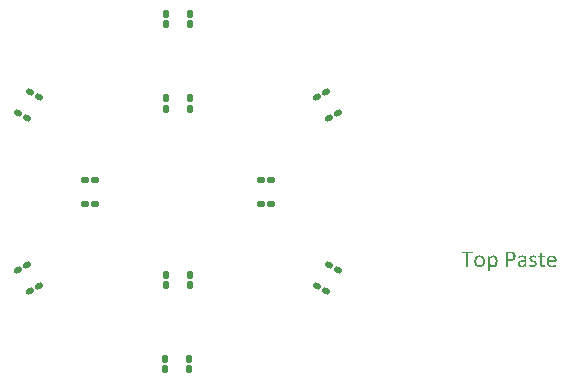
<source format=gtp>
G04*
G04 #@! TF.GenerationSoftware,Altium Limited,Altium Designer,20.1.14 (287)*
G04*
G04 Layer_Color=8421504*
%FSLAX44Y44*%
%MOMM*%
G71*
G04*
G04 #@! TF.SameCoordinates,555A517A-9F76-4A69-B8FD-E90865B7C856*
G04*
G04*
G04 #@! TF.FilePolarity,Positive*
G04*
G01*
G75*
%ADD16O,0.7500X0.5000*%
%ADD17O,0.5000X0.7500*%
G04:AMPARAMS|DCode=18|XSize=0.5mm|YSize=0.75mm|CornerRadius=0mm|HoleSize=0mm|Usage=FLASHONLY|Rotation=120.000|XOffset=0mm|YOffset=0mm|HoleType=Round|Shape=Round|*
%AMOVALD18*
21,1,0.2500,0.5000,0.0000,0.0000,210.0*
1,1,0.5000,0.1082,0.0625*
1,1,0.5000,-0.1082,-0.0625*
%
%ADD18OVALD18*%

G04:AMPARAMS|DCode=19|XSize=0.5mm|YSize=0.75mm|CornerRadius=0mm|HoleSize=0mm|Usage=FLASHONLY|Rotation=60.000|XOffset=0mm|YOffset=0mm|HoleType=Round|Shape=Round|*
%AMOVALD19*
21,1,0.2500,0.5000,0.0000,0.0000,150.0*
1,1,0.5000,0.1082,-0.0625*
1,1,0.5000,-0.1082,0.0625*
%
%ADD19OVALD19*%

G36*
X267259Y-54103D02*
X267490Y-54127D01*
X267768Y-54173D01*
X268045Y-54242D01*
X268323Y-54335D01*
X268601Y-54474D01*
X268624Y-54497D01*
X268717Y-54543D01*
X268832Y-54636D01*
X268994Y-54751D01*
X269179Y-54890D01*
X269364Y-55075D01*
X269550Y-55283D01*
X269711Y-55515D01*
X269735Y-55538D01*
X269781Y-55630D01*
X269874Y-55769D01*
X269966Y-55954D01*
X270059Y-56163D01*
X270174Y-56440D01*
X270267Y-56718D01*
X270359Y-57042D01*
Y-57088D01*
X270382Y-57204D01*
X270429Y-57366D01*
X270475Y-57597D01*
X270498Y-57875D01*
X270544Y-58199D01*
X270568Y-58523D01*
Y-58893D01*
Y-58916D01*
Y-58939D01*
Y-59009D01*
Y-59101D01*
X270544Y-59310D01*
Y-59611D01*
X270498Y-59934D01*
X270452Y-60282D01*
X270382Y-60652D01*
X270290Y-61022D01*
Y-61068D01*
X270244Y-61184D01*
X270174Y-61346D01*
X270105Y-61577D01*
X269989Y-61809D01*
X269874Y-62086D01*
X269711Y-62364D01*
X269550Y-62619D01*
X269526Y-62642D01*
X269457Y-62734D01*
X269364Y-62850D01*
X269226Y-62989D01*
X269040Y-63151D01*
X268832Y-63313D01*
X268578Y-63475D01*
X268323Y-63614D01*
X268300Y-63637D01*
X268184Y-63660D01*
X268045Y-63729D01*
X267837Y-63776D01*
X267583Y-63845D01*
X267305Y-63914D01*
X267004Y-63938D01*
X266657Y-63961D01*
X266518D01*
X266402Y-63938D01*
X266171Y-63914D01*
X265893Y-63868D01*
X265870D01*
X265847Y-63845D01*
X265685Y-63822D01*
X265477Y-63729D01*
X265246Y-63637D01*
X265222D01*
X265199Y-63614D01*
X265037Y-63521D01*
X264829Y-63382D01*
X264598Y-63220D01*
X264575Y-63197D01*
X264551Y-63174D01*
X264482Y-63105D01*
X264389Y-63035D01*
X264181Y-62850D01*
X263927Y-62596D01*
Y-67084D01*
Y-67131D01*
X263880Y-67200D01*
X263857Y-67246D01*
X263741Y-67316D01*
X263718D01*
X263672Y-67339D01*
X263603Y-67362D01*
X263487Y-67385D01*
X263394D01*
X263256Y-67408D01*
X262816D01*
X262677Y-67385D01*
X262654D01*
X262608Y-67362D01*
X262446Y-67316D01*
X262423D01*
X262399Y-67293D01*
X262307Y-67200D01*
Y-67177D01*
X262284Y-67084D01*
Y-54543D01*
Y-54520D01*
Y-54497D01*
X262307Y-54404D01*
Y-54381D01*
X262330Y-54358D01*
X262376Y-54335D01*
X262423Y-54312D01*
X262446D01*
X262492Y-54288D01*
X262561Y-54265D01*
X262654Y-54242D01*
X262677D01*
X262747Y-54219D01*
X263232D01*
X263325Y-54242D01*
X263348D01*
X263418Y-54265D01*
X263556Y-54312D01*
X263580D01*
X263603Y-54335D01*
X263649Y-54358D01*
X263672Y-54404D01*
X263695Y-54427D01*
X263718Y-54543D01*
Y-55746D01*
X263741Y-55723D01*
X263788Y-55677D01*
X263880Y-55607D01*
X263973Y-55492D01*
X264227Y-55260D01*
X264505Y-55029D01*
X264528Y-55006D01*
X264575Y-54983D01*
X264644Y-54913D01*
X264760Y-54844D01*
X264991Y-54682D01*
X265269Y-54520D01*
X265292D01*
X265338Y-54474D01*
X265408Y-54450D01*
X265523Y-54404D01*
X265778Y-54288D01*
X266055Y-54196D01*
X266079D01*
X266125Y-54173D01*
X266217Y-54150D01*
X266310Y-54127D01*
X266588Y-54103D01*
X266912Y-54080D01*
X267074D01*
X267259Y-54103D01*
D02*
G37*
G36*
X301274D02*
X301528Y-54150D01*
X301598D01*
X301667Y-54173D01*
X301759Y-54196D01*
X301968Y-54242D01*
X302176Y-54312D01*
X302199D01*
X302222Y-54335D01*
X302361Y-54358D01*
X302523Y-54427D01*
X302685Y-54497D01*
X302731Y-54520D01*
X302801Y-54566D01*
X302893Y-54612D01*
X302986Y-54682D01*
X303009D01*
X303055Y-54728D01*
X303102Y-54774D01*
X303125Y-54821D01*
X303148Y-54867D01*
X303171Y-54960D01*
Y-54983D01*
X303194Y-55006D01*
X303217Y-55145D01*
Y-55168D01*
X303241Y-55214D01*
Y-55307D01*
Y-55399D01*
Y-55422D01*
Y-55515D01*
Y-55607D01*
X303217Y-55723D01*
Y-55746D01*
X303194Y-55792D01*
X303148Y-55908D01*
X303125Y-55954D01*
X303078Y-56024D01*
X303055D01*
X302963Y-56047D01*
X302940D01*
X302893Y-56024D01*
X302824Y-56001D01*
X302708Y-55954D01*
X302685Y-55931D01*
X302593Y-55885D01*
X302454Y-55816D01*
X302269Y-55723D01*
X302222Y-55700D01*
X302107Y-55630D01*
X301898Y-55561D01*
X301644Y-55469D01*
X301621D01*
X301574Y-55445D01*
X301505Y-55422D01*
X301413Y-55399D01*
X301135Y-55376D01*
X300811Y-55353D01*
X300672D01*
X300556Y-55376D01*
X300325Y-55399D01*
X300070Y-55469D01*
X300047D01*
X300024Y-55492D01*
X299885Y-55538D01*
X299700Y-55630D01*
X299538Y-55746D01*
X299515Y-55769D01*
X299422Y-55862D01*
X299330Y-56001D01*
X299237Y-56163D01*
X299214Y-56209D01*
X299191Y-56302D01*
X299168Y-56463D01*
X299145Y-56672D01*
Y-56695D01*
Y-56741D01*
Y-56811D01*
X299168Y-56903D01*
X299214Y-57111D01*
X299330Y-57343D01*
X299376Y-57389D01*
X299469Y-57505D01*
X299631Y-57644D01*
X299839Y-57806D01*
X299862D01*
X299908Y-57829D01*
X299955Y-57875D01*
X300047Y-57921D01*
X300279Y-58037D01*
X300579Y-58153D01*
X300603D01*
X300649Y-58176D01*
X300741Y-58222D01*
X300834Y-58245D01*
X301112Y-58361D01*
X301413Y-58477D01*
X301436D01*
X301482Y-58500D01*
X301574Y-58546D01*
X301667Y-58592D01*
X301945Y-58708D01*
X302246Y-58870D01*
X302269D01*
X302315Y-58916D01*
X302384Y-58963D01*
X302500Y-59009D01*
X302731Y-59171D01*
X302986Y-59379D01*
X303009Y-59402D01*
X303032Y-59425D01*
X303102Y-59495D01*
X303171Y-59564D01*
X303333Y-59796D01*
X303495Y-60096D01*
Y-60120D01*
X303518Y-60166D01*
X303564Y-60258D01*
X303611Y-60374D01*
X303634Y-60513D01*
X303680Y-60698D01*
X303703Y-61091D01*
Y-61115D01*
Y-61207D01*
X303680Y-61346D01*
Y-61508D01*
X303634Y-61693D01*
X303588Y-61901D01*
X303518Y-62110D01*
X303426Y-62318D01*
Y-62341D01*
X303379Y-62410D01*
X303310Y-62503D01*
X303241Y-62619D01*
X303009Y-62919D01*
X302708Y-63220D01*
X302685Y-63243D01*
X302616Y-63290D01*
X302523Y-63336D01*
X302407Y-63429D01*
X302246Y-63521D01*
X302037Y-63614D01*
X301829Y-63706D01*
X301598Y-63776D01*
X301574D01*
X301482Y-63799D01*
X301343Y-63822D01*
X301181Y-63868D01*
X300973Y-63891D01*
X300718Y-63938D01*
X300441Y-63961D01*
X299978D01*
X299862Y-63938D01*
X299561Y-63914D01*
X299237Y-63868D01*
X299214D01*
X299168Y-63845D01*
X299098D01*
X298983Y-63822D01*
X298751Y-63776D01*
X298474Y-63706D01*
X298451D01*
X298428Y-63683D01*
X298265Y-63637D01*
X298080Y-63567D01*
X297872Y-63475D01*
X297826Y-63452D01*
X297733Y-63382D01*
X297618Y-63313D01*
X297525Y-63243D01*
X297502Y-63220D01*
X297479Y-63174D01*
X297432Y-63081D01*
X297386Y-62966D01*
Y-62943D01*
X297363Y-62827D01*
X297340Y-62688D01*
Y-62480D01*
Y-62457D01*
Y-62364D01*
Y-62271D01*
Y-62156D01*
Y-62133D01*
X297363Y-62086D01*
Y-62017D01*
X297386Y-61948D01*
Y-61924D01*
X297409Y-61901D01*
X297456Y-61855D01*
X297479Y-61832D01*
X297502D01*
X297525Y-61809D01*
X297618Y-61786D01*
X297641D01*
X297687Y-61809D01*
X297780Y-61832D01*
X297918Y-61924D01*
X297965Y-61948D01*
X298080Y-62017D01*
X298242Y-62110D01*
X298451Y-62225D01*
X298474D01*
X298520Y-62248D01*
X298566Y-62271D01*
X298659Y-62318D01*
X298890Y-62410D01*
X299191Y-62526D01*
X299214D01*
X299261Y-62549D01*
X299353Y-62572D01*
X299492D01*
X299631Y-62596D01*
X299816Y-62619D01*
X300209Y-62642D01*
X300464D01*
X300695Y-62619D01*
X300950Y-62572D01*
X300973D01*
X301019Y-62549D01*
X301158Y-62503D01*
X301343Y-62434D01*
X301551Y-62318D01*
X301574D01*
X301598Y-62295D01*
X301690Y-62179D01*
X301829Y-62040D01*
X301945Y-61855D01*
Y-61832D01*
X301968Y-61809D01*
X302014Y-61670D01*
X302060Y-61462D01*
X302083Y-61207D01*
Y-61184D01*
Y-61138D01*
Y-61068D01*
X302060Y-60999D01*
X301991Y-60791D01*
X301875Y-60582D01*
Y-60559D01*
X301852Y-60536D01*
X301736Y-60420D01*
X301574Y-60258D01*
X301366Y-60120D01*
X301343D01*
X301320Y-60073D01*
X301250Y-60050D01*
X301158Y-60004D01*
X300926Y-59888D01*
X300649Y-59773D01*
X300626D01*
X300579Y-59749D01*
X300510Y-59703D01*
X300394Y-59680D01*
X300140Y-59564D01*
X299816Y-59448D01*
X299793D01*
X299746Y-59425D01*
X299654Y-59379D01*
X299561Y-59333D01*
X299284Y-59194D01*
X298983Y-59055D01*
X298960D01*
X298913Y-59009D01*
X298844Y-58963D01*
X298751Y-58916D01*
X298520Y-58754D01*
X298265Y-58546D01*
X298242Y-58523D01*
X298219Y-58477D01*
X298150Y-58430D01*
X298080Y-58338D01*
X297918Y-58106D01*
X297756Y-57806D01*
Y-57783D01*
X297733Y-57736D01*
X297710Y-57644D01*
X297664Y-57505D01*
X297641Y-57366D01*
X297595Y-57181D01*
X297571Y-56764D01*
Y-56741D01*
Y-56672D01*
Y-56579D01*
X297595Y-56440D01*
X297641Y-56116D01*
X297756Y-55746D01*
Y-55723D01*
X297803Y-55654D01*
X297849Y-55561D01*
X297918Y-55445D01*
X298104Y-55168D01*
X298358Y-54890D01*
X298381Y-54867D01*
X298428Y-54821D01*
X298520Y-54751D01*
X298636Y-54682D01*
X298798Y-54589D01*
X298960Y-54497D01*
X299376Y-54312D01*
X299399D01*
X299492Y-54265D01*
X299608Y-54242D01*
X299793Y-54196D01*
X300001Y-54150D01*
X300256Y-54127D01*
X300533Y-54080D01*
X301042D01*
X301274Y-54103D01*
D02*
G37*
G36*
X292041D02*
X292295Y-54127D01*
X292573Y-54173D01*
X292851Y-54242D01*
X293105Y-54312D01*
X293129D01*
X293221Y-54358D01*
X293337Y-54404D01*
X293499Y-54474D01*
X293869Y-54682D01*
X294054Y-54821D01*
X294216Y-54960D01*
X294239Y-54983D01*
X294286Y-55029D01*
X294355Y-55121D01*
X294447Y-55237D01*
X294540Y-55399D01*
X294656Y-55584D01*
X294748Y-55792D01*
X294818Y-56024D01*
Y-56047D01*
X294841Y-56140D01*
X294887Y-56255D01*
X294933Y-56440D01*
X294957Y-56649D01*
X295003Y-56903D01*
X295026Y-57181D01*
Y-57482D01*
Y-63567D01*
Y-63590D01*
Y-63637D01*
X294980Y-63683D01*
X294933Y-63729D01*
X294910D01*
X294887Y-63752D01*
X294818Y-63776D01*
X294702Y-63799D01*
X294679D01*
X294610Y-63822D01*
X294471Y-63845D01*
X294170D01*
X294031Y-63822D01*
X293892Y-63799D01*
X293869D01*
X293800Y-63776D01*
X293730Y-63752D01*
X293661Y-63729D01*
X293638Y-63683D01*
X293615Y-63637D01*
X293591Y-63567D01*
Y-62665D01*
X293568Y-62688D01*
X293499Y-62758D01*
X293360Y-62873D01*
X293221Y-63012D01*
X293013Y-63174D01*
X292782Y-63336D01*
X292550Y-63498D01*
X292272Y-63637D01*
X292249Y-63660D01*
X292157Y-63683D01*
X291995Y-63729D01*
X291810Y-63799D01*
X291578Y-63868D01*
X291324Y-63914D01*
X291046Y-63938D01*
X290745Y-63961D01*
X290491D01*
X290306Y-63938D01*
X290120Y-63914D01*
X289889Y-63891D01*
X289449Y-63776D01*
X289426D01*
X289357Y-63752D01*
X289241Y-63706D01*
X289125Y-63660D01*
X288801Y-63498D01*
X288477Y-63267D01*
X288454Y-63243D01*
X288408Y-63197D01*
X288339Y-63128D01*
X288246Y-63012D01*
X288154Y-62896D01*
X288038Y-62734D01*
X287853Y-62387D01*
Y-62364D01*
X287830Y-62295D01*
X287783Y-62202D01*
X287760Y-62040D01*
X287714Y-61878D01*
X287668Y-61693D01*
X287645Y-61230D01*
Y-61207D01*
Y-61115D01*
X287668Y-60976D01*
X287691Y-60791D01*
X287714Y-60582D01*
X287783Y-60374D01*
X287853Y-60143D01*
X287945Y-59934D01*
X287969Y-59911D01*
X287992Y-59842D01*
X288061Y-59726D01*
X288177Y-59587D01*
X288292Y-59448D01*
X288454Y-59286D01*
X288616Y-59125D01*
X288825Y-58986D01*
X288848Y-58963D01*
X288940Y-58916D01*
X289056Y-58847D01*
X289218Y-58777D01*
X289426Y-58685D01*
X289658Y-58592D01*
X289935Y-58500D01*
X290236Y-58430D01*
X290282D01*
X290398Y-58407D01*
X290560Y-58361D01*
X290791Y-58338D01*
X291069Y-58292D01*
X291393Y-58268D01*
X291763Y-58245D01*
X293383D01*
Y-57551D01*
Y-57528D01*
Y-57459D01*
Y-57366D01*
X293360Y-57250D01*
X293337Y-56950D01*
X293267Y-56649D01*
Y-56625D01*
X293244Y-56579D01*
X293221Y-56510D01*
X293175Y-56417D01*
X293059Y-56186D01*
X292897Y-55978D01*
Y-55954D01*
X292851Y-55931D01*
X292735Y-55816D01*
X292527Y-55677D01*
X292272Y-55561D01*
X292249D01*
X292203Y-55538D01*
X292110Y-55515D01*
X292018Y-55492D01*
X291879Y-55469D01*
X291717Y-55445D01*
X291324Y-55422D01*
X291092D01*
X290953Y-55445D01*
X290583Y-55492D01*
X290213Y-55584D01*
X290190D01*
X290144Y-55607D01*
X290051Y-55630D01*
X289935Y-55677D01*
X289658Y-55769D01*
X289380Y-55908D01*
X289357D01*
X289310Y-55931D01*
X289241Y-55954D01*
X289172Y-56001D01*
X288964Y-56093D01*
X288755Y-56209D01*
X288709Y-56232D01*
X288616Y-56278D01*
X288501Y-56325D01*
X288408Y-56348D01*
X288362D01*
X288246Y-56325D01*
X288223Y-56302D01*
X288154Y-56209D01*
Y-56186D01*
X288130Y-56140D01*
X288084Y-56001D01*
Y-55978D01*
Y-55908D01*
Y-55816D01*
Y-55723D01*
Y-55700D01*
Y-55677D01*
Y-55584D01*
Y-55445D01*
X288107Y-55330D01*
Y-55307D01*
X288154Y-55237D01*
X288200Y-55145D01*
X288269Y-55052D01*
X288292Y-55029D01*
X288385Y-54960D01*
X288524Y-54867D01*
X288732Y-54751D01*
X288755D01*
X288801Y-54728D01*
X288871Y-54682D01*
X288964Y-54636D01*
X289195Y-54543D01*
X289496Y-54427D01*
X289519D01*
X289565Y-54404D01*
X289658Y-54381D01*
X289773Y-54335D01*
X289912Y-54312D01*
X290074Y-54265D01*
X290444Y-54196D01*
X290467D01*
X290537Y-54173D01*
X290630Y-54150D01*
X290768Y-54127D01*
X290907D01*
X291092Y-54103D01*
X291462Y-54080D01*
X291810D01*
X292041Y-54103D01*
D02*
G37*
G36*
X281813Y-50864D02*
X282091Y-50887D01*
X282160D01*
X282253Y-50910D01*
X282346Y-50933D01*
X282484Y-50956D01*
X282646Y-50979D01*
X283017Y-51049D01*
X283040D01*
X283109Y-51072D01*
X283225Y-51095D01*
X283341Y-51142D01*
X283503Y-51188D01*
X283688Y-51257D01*
X284081Y-51465D01*
X284104Y-51489D01*
X284174Y-51512D01*
X284266Y-51581D01*
X284405Y-51674D01*
X284706Y-51928D01*
X285007Y-52252D01*
X285030Y-52275D01*
X285076Y-52322D01*
X285145Y-52437D01*
X285238Y-52553D01*
X285331Y-52715D01*
X285423Y-52900D01*
X285608Y-53317D01*
Y-53340D01*
X285631Y-53432D01*
X285678Y-53548D01*
X285724Y-53710D01*
X285747Y-53895D01*
X285793Y-54127D01*
X285816Y-54636D01*
Y-54682D01*
Y-54798D01*
X285793Y-54983D01*
X285770Y-55214D01*
X285747Y-55492D01*
X285678Y-55792D01*
X285608Y-56093D01*
X285492Y-56394D01*
X285469Y-56417D01*
X285423Y-56533D01*
X285354Y-56672D01*
X285261Y-56857D01*
X285122Y-57065D01*
X284960Y-57297D01*
X284775Y-57528D01*
X284567Y-57736D01*
X284544Y-57759D01*
X284451Y-57829D01*
X284336Y-57921D01*
X284151Y-58060D01*
X283942Y-58199D01*
X283688Y-58338D01*
X283410Y-58477D01*
X283086Y-58592D01*
X283040D01*
X282924Y-58639D01*
X282762Y-58685D01*
X282508Y-58731D01*
X282207Y-58777D01*
X281860Y-58824D01*
X281466Y-58847D01*
X281027Y-58870D01*
X279569D01*
Y-63544D01*
Y-63590D01*
X279523Y-63683D01*
X279476Y-63706D01*
X279430Y-63729D01*
X279361Y-63752D01*
X279338D01*
X279291Y-63776D01*
X279222D01*
X279106Y-63799D01*
X279083D01*
X278990Y-63822D01*
X278875Y-63845D01*
X278574D01*
X278435Y-63822D01*
X278296Y-63799D01*
X278273D01*
X278204Y-63776D01*
X278018Y-63752D01*
X277995D01*
X277972Y-63729D01*
X277880Y-63683D01*
Y-63660D01*
Y-63637D01*
X277857Y-63544D01*
Y-51581D01*
Y-51558D01*
Y-51512D01*
X277880Y-51373D01*
X277949Y-51188D01*
X278065Y-51026D01*
X278111Y-51003D01*
X278204Y-50933D01*
X278342Y-50864D01*
X278528Y-50841D01*
X281559D01*
X281813Y-50864D01*
D02*
G37*
G36*
X249580Y-50887D02*
X249603D01*
X249627Y-50910D01*
X249696Y-51026D01*
Y-51049D01*
X249719Y-51095D01*
X249742Y-51165D01*
X249765Y-51257D01*
Y-51280D01*
X249788Y-51350D01*
Y-51442D01*
Y-51581D01*
Y-51604D01*
Y-51697D01*
Y-51813D01*
X249765Y-51928D01*
Y-51951D01*
X249742Y-51998D01*
X249696Y-52160D01*
X249673Y-52206D01*
X249580Y-52275D01*
X249534D01*
X249441Y-52298D01*
X245809D01*
Y-63544D01*
Y-63590D01*
X245762Y-63683D01*
X245716Y-63706D01*
X245670Y-63729D01*
X245600Y-63752D01*
X245577D01*
X245531Y-63776D01*
X245461D01*
X245346Y-63799D01*
X245322D01*
X245230Y-63822D01*
X245114Y-63845D01*
X244813D01*
X244675Y-63822D01*
X244536Y-63799D01*
X244513D01*
X244443Y-63776D01*
X244258Y-63752D01*
X244235D01*
X244212Y-63729D01*
X244119Y-63683D01*
Y-63660D01*
Y-63637D01*
X244096Y-63544D01*
Y-52298D01*
X240394D01*
X240301Y-52275D01*
X240255Y-52252D01*
X240186Y-52160D01*
Y-52137D01*
X240163Y-52090D01*
Y-52021D01*
X240139Y-51928D01*
Y-51905D01*
Y-51836D01*
X240116Y-51720D01*
Y-51581D01*
Y-51558D01*
Y-51465D01*
Y-51373D01*
X240139Y-51257D01*
Y-51234D01*
X240163Y-51165D01*
X240186Y-51026D01*
Y-51003D01*
X240209Y-50979D01*
X240301Y-50887D01*
X240324D01*
X240348Y-50864D01*
X240440Y-50841D01*
X249488D01*
X249580Y-50887D01*
D02*
G37*
G36*
X307660Y-51836D02*
X307683D01*
X307753Y-51859D01*
X307845Y-51882D01*
X307915Y-51905D01*
X307938D01*
X307961Y-51928D01*
X308053Y-52021D01*
X308077Y-52044D01*
X308100Y-52137D01*
Y-54265D01*
X310437D01*
X310529Y-54312D01*
X310553D01*
X310576Y-54335D01*
X310645Y-54450D01*
Y-54474D01*
X310668Y-54497D01*
X310691Y-54566D01*
X310714Y-54659D01*
Y-54682D01*
X310738Y-54728D01*
Y-54844D01*
Y-54960D01*
Y-54983D01*
Y-55029D01*
Y-55168D01*
X310691Y-55330D01*
X310645Y-55492D01*
X310622Y-55515D01*
X310576Y-55561D01*
X310506Y-55607D01*
X310390Y-55630D01*
X308100D01*
Y-60652D01*
Y-60698D01*
Y-60814D01*
X308123Y-60976D01*
Y-61184D01*
X308215Y-61647D01*
X308262Y-61855D01*
X308354Y-62063D01*
X308377Y-62086D01*
X308401Y-62133D01*
X308470Y-62202D01*
X308586Y-62295D01*
X308724Y-62387D01*
X308887Y-62457D01*
X309095Y-62503D01*
X309349Y-62526D01*
X309604D01*
X309743Y-62503D01*
X309766D01*
X309858Y-62480D01*
X309951Y-62434D01*
X310067Y-62410D01*
X310090Y-62387D01*
X310159Y-62364D01*
X310298Y-62295D01*
X310321D01*
X310367Y-62271D01*
X310506Y-62248D01*
X310529D01*
X310599Y-62295D01*
X310622Y-62318D01*
X310668Y-62387D01*
Y-62410D01*
X310691Y-62434D01*
X310714Y-62572D01*
Y-62596D01*
X310738Y-62642D01*
Y-62758D01*
Y-62873D01*
Y-62919D01*
Y-63035D01*
X310714Y-63174D01*
X310691Y-63336D01*
Y-63359D01*
X310668Y-63429D01*
X310622Y-63521D01*
X310553Y-63590D01*
X310529D01*
X310506Y-63637D01*
X310437Y-63683D01*
X310321Y-63729D01*
X310298D01*
X310205Y-63752D01*
X310090Y-63776D01*
X309951Y-63822D01*
X309928D01*
X309835Y-63845D01*
X309696Y-63868D01*
X309534Y-63891D01*
X309488D01*
X309396Y-63914D01*
X309234Y-63938D01*
X308817D01*
X308655Y-63914D01*
X308470Y-63891D01*
X308262Y-63868D01*
X307868Y-63776D01*
X307845D01*
X307799Y-63729D01*
X307706Y-63706D01*
X307591Y-63637D01*
X307313Y-63452D01*
X307059Y-63220D01*
X307035Y-63197D01*
X307012Y-63151D01*
X306943Y-63058D01*
X306873Y-62943D01*
X306804Y-62804D01*
X306735Y-62642D01*
X306596Y-62248D01*
Y-62225D01*
X306572Y-62156D01*
X306549Y-62017D01*
X306526Y-61855D01*
X306503Y-61670D01*
X306480Y-61438D01*
X306457Y-61184D01*
Y-60906D01*
Y-55630D01*
X305161D01*
X305092Y-55607D01*
X304999Y-55561D01*
X304930Y-55492D01*
Y-55469D01*
X304907Y-55353D01*
X304883Y-55191D01*
X304860Y-54960D01*
Y-54936D01*
Y-54844D01*
Y-54751D01*
X304883Y-54659D01*
Y-54636D01*
X304907Y-54589D01*
Y-54520D01*
X304930Y-54450D01*
Y-54427D01*
X304953Y-54404D01*
X305045Y-54312D01*
X305068D01*
X305092Y-54288D01*
X305184Y-54265D01*
X306457D01*
Y-52137D01*
Y-52113D01*
Y-52090D01*
X306480Y-52021D01*
Y-51998D01*
X306526Y-51975D01*
X306619Y-51905D01*
X306642D01*
X306688Y-51882D01*
X306758Y-51859D01*
X306850Y-51836D01*
X306873D01*
X306966Y-51813D01*
X307544D01*
X307660Y-51836D01*
D02*
G37*
G36*
X316985Y-54103D02*
X317240Y-54126D01*
X317518Y-54173D01*
X317818Y-54219D01*
X318119Y-54311D01*
X318420Y-54427D01*
X318443Y-54450D01*
X318559Y-54497D01*
X318698Y-54566D01*
X318860Y-54682D01*
X319045Y-54798D01*
X319253Y-54960D01*
X319461Y-55145D01*
X319646Y-55353D01*
X319669Y-55376D01*
X319716Y-55445D01*
X319808Y-55584D01*
X319924Y-55746D01*
X320040Y-55931D01*
X320155Y-56163D01*
X320271Y-56417D01*
X320364Y-56695D01*
Y-56718D01*
X320410Y-56834D01*
X320433Y-56973D01*
X320479Y-57181D01*
X320526Y-57435D01*
X320549Y-57713D01*
X320595Y-58014D01*
Y-58338D01*
Y-58639D01*
Y-58662D01*
Y-58708D01*
X320572Y-58847D01*
X320503Y-59032D01*
X320387Y-59194D01*
X320364Y-59217D01*
X320271Y-59263D01*
X320132Y-59333D01*
X319947Y-59356D01*
X314023D01*
Y-59379D01*
Y-59495D01*
Y-59634D01*
X314047Y-59819D01*
Y-60027D01*
X314093Y-60258D01*
X314162Y-60721D01*
Y-60744D01*
X314185Y-60814D01*
X314232Y-60929D01*
X314278Y-61068D01*
X314440Y-61415D01*
X314671Y-61762D01*
X314694Y-61786D01*
X314741Y-61832D01*
X314810Y-61901D01*
X314926Y-61994D01*
X315042Y-62109D01*
X315203Y-62202D01*
X315574Y-62410D01*
X315597D01*
X315666Y-62434D01*
X315805Y-62480D01*
X315967Y-62503D01*
X316175Y-62549D01*
X316407Y-62596D01*
X316661Y-62619D01*
X317194D01*
X317355Y-62596D01*
X317726Y-62572D01*
X318096Y-62526D01*
X318119D01*
X318188Y-62503D01*
X318281Y-62480D01*
X318397Y-62457D01*
X318674Y-62387D01*
X318975Y-62295D01*
X318998D01*
X319045Y-62271D01*
X319184Y-62202D01*
X319392Y-62133D01*
X319577Y-62063D01*
X319600D01*
X319623Y-62040D01*
X319716Y-61994D01*
X319831Y-61971D01*
X319947Y-61948D01*
X319993D01*
X320063Y-61994D01*
X320086D01*
X320109Y-62017D01*
X320155Y-62109D01*
Y-62133D01*
X320178Y-62156D01*
X320202Y-62295D01*
Y-62318D01*
X320225Y-62364D01*
Y-62480D01*
Y-62596D01*
Y-62619D01*
Y-62665D01*
X320202Y-62827D01*
Y-62850D01*
Y-62873D01*
X320178Y-63012D01*
X320155Y-63058D01*
X320109Y-63151D01*
X320086Y-63174D01*
X320040Y-63243D01*
X319993Y-63290D01*
X319878Y-63336D01*
X319716Y-63429D01*
X319693D01*
X319669Y-63452D01*
X319600Y-63475D01*
X319531Y-63498D01*
X319299Y-63567D01*
X318998Y-63660D01*
X318975D01*
X318929Y-63683D01*
X318836Y-63706D01*
X318721Y-63729D01*
X318582Y-63752D01*
X318397Y-63799D01*
X318003Y-63868D01*
X317980D01*
X317911Y-63891D01*
X317795D01*
X317656Y-63914D01*
X317471Y-63938D01*
X317263D01*
X316800Y-63961D01*
X316615D01*
X316407Y-63938D01*
X316152Y-63914D01*
X315828Y-63891D01*
X315504Y-63822D01*
X315180Y-63752D01*
X314856Y-63660D01*
X314810Y-63637D01*
X314718Y-63614D01*
X314556Y-63521D01*
X314370Y-63429D01*
X314139Y-63313D01*
X313908Y-63151D01*
X313676Y-62966D01*
X313445Y-62757D01*
X313422Y-62734D01*
X313352Y-62642D01*
X313260Y-62503D01*
X313121Y-62341D01*
X312982Y-62109D01*
X312843Y-61855D01*
X312705Y-61554D01*
X312589Y-61230D01*
Y-61184D01*
X312542Y-61068D01*
X312496Y-60883D01*
X312450Y-60606D01*
X312404Y-60305D01*
X312357Y-59934D01*
X312334Y-59518D01*
X312311Y-59078D01*
Y-59055D01*
Y-59032D01*
Y-58893D01*
X312334Y-58662D01*
X312357Y-58384D01*
X312381Y-58060D01*
X312427Y-57713D01*
X312496Y-57343D01*
X312589Y-56996D01*
X312612Y-56950D01*
X312635Y-56834D01*
X312705Y-56672D01*
X312820Y-56440D01*
X312936Y-56209D01*
X313075Y-55931D01*
X313260Y-55677D01*
X313445Y-55422D01*
X313468Y-55399D01*
X313538Y-55307D01*
X313676Y-55191D01*
X313838Y-55052D01*
X314023Y-54890D01*
X314255Y-54728D01*
X314533Y-54566D01*
X314810Y-54427D01*
X314856Y-54404D01*
X314949Y-54381D01*
X315111Y-54311D01*
X315342Y-54242D01*
X315597Y-54196D01*
X315921Y-54126D01*
X316245Y-54103D01*
X316615Y-54080D01*
X316800D01*
X316985Y-54103D01*
D02*
G37*
G36*
X255828Y-54103D02*
X256082Y-54127D01*
X256383Y-54173D01*
X256707Y-54219D01*
X257031Y-54312D01*
X257355Y-54427D01*
X257401Y-54450D01*
X257494Y-54497D01*
X257656Y-54566D01*
X257841Y-54659D01*
X258072Y-54798D01*
X258304Y-54960D01*
X258535Y-55145D01*
X258743Y-55376D01*
X258766Y-55399D01*
X258836Y-55492D01*
X258929Y-55630D01*
X259067Y-55792D01*
X259183Y-56024D01*
X259322Y-56278D01*
X259461Y-56579D01*
X259576Y-56903D01*
X259600Y-56950D01*
X259623Y-57065D01*
X259669Y-57250D01*
X259715Y-57505D01*
X259762Y-57806D01*
X259808Y-58153D01*
X259854Y-58523D01*
Y-58939D01*
Y-58963D01*
Y-58986D01*
Y-59125D01*
X259831Y-59333D01*
X259808Y-59587D01*
X259785Y-59911D01*
X259738Y-60235D01*
X259646Y-60606D01*
X259553Y-60953D01*
X259530Y-60999D01*
X259507Y-61115D01*
X259438Y-61276D01*
X259322Y-61508D01*
X259206Y-61739D01*
X259067Y-62017D01*
X258882Y-62295D01*
X258674Y-62549D01*
X258651Y-62572D01*
X258581Y-62665D01*
X258443Y-62781D01*
X258281Y-62919D01*
X258072Y-63105D01*
X257841Y-63267D01*
X257563Y-63429D01*
X257239Y-63590D01*
X257193Y-63614D01*
X257077Y-63637D01*
X256915Y-63706D01*
X256661Y-63776D01*
X256383Y-63845D01*
X256036Y-63891D01*
X255666Y-63938D01*
X255249Y-63961D01*
X255064D01*
X254856Y-63938D01*
X254601Y-63914D01*
X254277Y-63891D01*
X253953Y-63822D01*
X253630Y-63752D01*
X253306Y-63637D01*
X253259Y-63614D01*
X253167Y-63567D01*
X253005Y-63498D01*
X252820Y-63405D01*
X252612Y-63267D01*
X252380Y-63105D01*
X252149Y-62896D01*
X251917Y-62688D01*
X251894Y-62665D01*
X251825Y-62572D01*
X251732Y-62434D01*
X251616Y-62271D01*
X251478Y-62040D01*
X251362Y-61786D01*
X251223Y-61485D01*
X251107Y-61161D01*
Y-61115D01*
X251061Y-60999D01*
X251038Y-60814D01*
X250992Y-60559D01*
X250945Y-60258D01*
X250899Y-59911D01*
X250876Y-59541D01*
X250853Y-59125D01*
Y-59101D01*
Y-59078D01*
Y-58939D01*
X250876Y-58731D01*
X250899Y-58453D01*
X250922Y-58130D01*
X250969Y-57806D01*
X251038Y-57435D01*
X251131Y-57088D01*
X251154Y-57042D01*
X251177Y-56926D01*
X251246Y-56764D01*
X251339Y-56533D01*
X251455Y-56302D01*
X251616Y-56024D01*
X251778Y-55746D01*
X251987Y-55492D01*
X252010Y-55469D01*
X252102Y-55376D01*
X252218Y-55260D01*
X252380Y-55098D01*
X252588Y-54936D01*
X252843Y-54774D01*
X253120Y-54589D01*
X253421Y-54450D01*
X253468Y-54427D01*
X253583Y-54381D01*
X253745Y-54335D01*
X254000Y-54265D01*
X254301Y-54196D01*
X254625Y-54127D01*
X255018Y-54103D01*
X255434Y-54080D01*
X255620D01*
X255828Y-54103D01*
D02*
G37*
%LPC*%
G36*
X266611Y-55492D02*
X266565D01*
X266402Y-55515D01*
X266194Y-55538D01*
X265963Y-55607D01*
X265940D01*
X265917Y-55630D01*
X265778Y-55677D01*
X265569Y-55769D01*
X265338Y-55908D01*
X265315D01*
X265292Y-55954D01*
X265222Y-56001D01*
X265130Y-56047D01*
X264898Y-56232D01*
X264644Y-56463D01*
X264621Y-56487D01*
X264575Y-56510D01*
X264505Y-56602D01*
X264436Y-56695D01*
X264204Y-56950D01*
X263927Y-57273D01*
Y-60837D01*
X263950Y-60883D01*
X264042Y-60976D01*
X264181Y-61115D01*
X264343Y-61300D01*
X264528Y-61508D01*
X264736Y-61716D01*
X264968Y-61924D01*
X265199Y-62110D01*
X265222Y-62133D01*
X265315Y-62179D01*
X265431Y-62248D01*
X265593Y-62318D01*
X265801Y-62410D01*
X266009Y-62480D01*
X266241Y-62526D01*
X266495Y-62549D01*
X266611D01*
X266726Y-62526D01*
X266865Y-62503D01*
X267212Y-62434D01*
X267397Y-62364D01*
X267560Y-62271D01*
X267583Y-62248D01*
X267629Y-62225D01*
X267722Y-62156D01*
X267837Y-62063D01*
X267953Y-61948D01*
X268069Y-61809D01*
X268300Y-61462D01*
X268323Y-61438D01*
X268346Y-61369D01*
X268393Y-61276D01*
X268462Y-61138D01*
X268531Y-60976D01*
X268601Y-60767D01*
X268717Y-60351D01*
Y-60328D01*
X268740Y-60235D01*
X268763Y-60120D01*
X268786Y-59958D01*
X268809Y-59773D01*
X268832Y-59541D01*
X268855Y-59078D01*
Y-59055D01*
Y-58963D01*
Y-58824D01*
X268832Y-58662D01*
Y-58453D01*
X268809Y-58245D01*
X268740Y-57759D01*
Y-57736D01*
X268717Y-57644D01*
X268693Y-57528D01*
X268647Y-57366D01*
X268601Y-57181D01*
X268531Y-56996D01*
X268369Y-56602D01*
Y-56579D01*
X268323Y-56510D01*
X268277Y-56417D01*
X268184Y-56302D01*
X267976Y-56047D01*
X267675Y-55792D01*
X267652Y-55769D01*
X267606Y-55746D01*
X267513Y-55700D01*
X267397Y-55630D01*
X267236Y-55584D01*
X267050Y-55538D01*
X266842Y-55515D01*
X266611Y-55492D01*
D02*
G37*
G36*
X293383Y-59425D02*
X291717D01*
X291555Y-59448D01*
X291370D01*
X291162Y-59472D01*
X290768Y-59541D01*
X290745D01*
X290699Y-59564D01*
X290606Y-59587D01*
X290491Y-59634D01*
X290213Y-59726D01*
X289958Y-59888D01*
X289935D01*
X289912Y-59934D01*
X289773Y-60050D01*
X289611Y-60212D01*
X289473Y-60444D01*
Y-60467D01*
X289449Y-60490D01*
X289426Y-60559D01*
X289403Y-60652D01*
X289357Y-60883D01*
X289334Y-61161D01*
Y-61184D01*
Y-61276D01*
X289357Y-61392D01*
X289380Y-61554D01*
X289449Y-61739D01*
X289519Y-61924D01*
X289634Y-62110D01*
X289773Y-62271D01*
X289797Y-62295D01*
X289866Y-62341D01*
X289958Y-62387D01*
X290097Y-62457D01*
X290259Y-62549D01*
X290467Y-62596D01*
X290722Y-62642D01*
X291000Y-62665D01*
X291115D01*
X291231Y-62642D01*
X291393Y-62619D01*
X291578Y-62596D01*
X291786Y-62526D01*
X291995Y-62457D01*
X292203Y-62341D01*
X292226Y-62318D01*
X292295Y-62271D01*
X292411Y-62202D01*
X292550Y-62086D01*
X292735Y-61948D01*
X292943Y-61786D01*
X293152Y-61577D01*
X293383Y-61346D01*
Y-59425D01*
D02*
G37*
G36*
X281166Y-52252D02*
X279569D01*
Y-57459D01*
X281397D01*
X281582Y-57435D01*
X281790Y-57412D01*
X281999Y-57389D01*
X282207Y-57343D01*
X282415Y-57273D01*
X282438D01*
X282508Y-57227D01*
X282600Y-57181D01*
X282716Y-57135D01*
X282994Y-56950D01*
X283271Y-56718D01*
X283294Y-56695D01*
X283341Y-56649D01*
X283410Y-56579D01*
X283479Y-56463D01*
X283664Y-56209D01*
X283827Y-55862D01*
Y-55839D01*
X283850Y-55769D01*
X283896Y-55677D01*
X283919Y-55538D01*
X283965Y-55376D01*
X283988Y-55191D01*
X284012Y-54774D01*
Y-54728D01*
Y-54636D01*
X283988Y-54497D01*
X283965Y-54312D01*
X283942Y-54103D01*
X283896Y-53895D01*
X283803Y-53664D01*
X283711Y-53455D01*
X283688Y-53432D01*
X283664Y-53363D01*
X283595Y-53270D01*
X283503Y-53155D01*
X283271Y-52900D01*
X283132Y-52784D01*
X282970Y-52669D01*
X282947Y-52646D01*
X282901Y-52622D01*
X282808Y-52576D01*
X282693Y-52530D01*
X282415Y-52414D01*
X282068Y-52345D01*
X282045D01*
X281999Y-52322D01*
X281906D01*
X281790Y-52298D01*
X281489Y-52275D01*
X281166Y-52252D01*
D02*
G37*
G36*
X316546Y-55376D02*
X316314D01*
X316175Y-55399D01*
X315828Y-55469D01*
X315458Y-55607D01*
X315435D01*
X315389Y-55654D01*
X315296Y-55700D01*
X315180Y-55769D01*
X314926Y-55978D01*
X314671Y-56232D01*
X314648Y-56255D01*
X314625Y-56301D01*
X314556Y-56371D01*
X314509Y-56487D01*
X314417Y-56602D01*
X314347Y-56764D01*
X314185Y-57111D01*
Y-57135D01*
X314162Y-57204D01*
X314139Y-57297D01*
X314116Y-57435D01*
X314070Y-57597D01*
X314047Y-57759D01*
X314023Y-58153D01*
X318929D01*
Y-58130D01*
Y-58083D01*
Y-58037D01*
Y-57944D01*
X318906Y-57713D01*
X318860Y-57412D01*
X318790Y-57088D01*
X318674Y-56741D01*
X318536Y-56417D01*
X318327Y-56116D01*
X318304Y-56093D01*
X318212Y-56001D01*
X318073Y-55885D01*
X317888Y-55746D01*
X317633Y-55607D01*
X317332Y-55492D01*
X316962Y-55399D01*
X316546Y-55376D01*
D02*
G37*
G36*
X255365Y-55469D02*
X255249D01*
X255110Y-55492D01*
X254925D01*
X254740Y-55538D01*
X254509Y-55584D01*
X254301Y-55654D01*
X254092Y-55746D01*
X254069D01*
X254000Y-55792D01*
X253907Y-55862D01*
X253792Y-55931D01*
X253514Y-56163D01*
X253236Y-56487D01*
X253213Y-56510D01*
X253190Y-56579D01*
X253120Y-56672D01*
X253051Y-56788D01*
X252959Y-56950D01*
X252866Y-57158D01*
X252797Y-57366D01*
X252727Y-57597D01*
Y-57621D01*
X252704Y-57713D01*
X252681Y-57852D01*
X252658Y-58014D01*
X252612Y-58222D01*
X252588Y-58477D01*
X252565Y-58731D01*
Y-59009D01*
Y-59032D01*
Y-59125D01*
Y-59286D01*
X252588Y-59448D01*
Y-59680D01*
X252612Y-59911D01*
X252681Y-60397D01*
Y-60420D01*
X252704Y-60513D01*
X252750Y-60629D01*
X252797Y-60791D01*
X252935Y-61138D01*
X253144Y-61531D01*
X253167Y-61554D01*
X253213Y-61600D01*
X253283Y-61693D01*
X253375Y-61809D01*
X253491Y-61924D01*
X253653Y-62063D01*
X254000Y-62295D01*
X254023D01*
X254092Y-62341D01*
X254208Y-62387D01*
X254370Y-62434D01*
X254555Y-62480D01*
X254787Y-62526D01*
X255041Y-62549D01*
X255319Y-62572D01*
X255434D01*
X255573Y-62549D01*
X255758D01*
X255967Y-62503D01*
X256175Y-62457D01*
X256383Y-62410D01*
X256591Y-62318D01*
X256615Y-62295D01*
X256684Y-62271D01*
X256777Y-62202D01*
X256892Y-62133D01*
X257193Y-61901D01*
X257471Y-61600D01*
X257494Y-61577D01*
X257517Y-61508D01*
X257586Y-61415D01*
X257656Y-61276D01*
X257748Y-61115D01*
X257841Y-60929D01*
X257910Y-60721D01*
X257980Y-60490D01*
Y-60467D01*
X258003Y-60374D01*
X258026Y-60235D01*
X258072Y-60050D01*
X258095Y-59842D01*
X258119Y-59611D01*
X258142Y-59055D01*
Y-59032D01*
Y-58939D01*
Y-58777D01*
X258119Y-58592D01*
Y-58384D01*
X258095Y-58153D01*
X258003Y-57667D01*
Y-57644D01*
X257980Y-57551D01*
X257934Y-57435D01*
X257887Y-57273D01*
X257748Y-56903D01*
X257540Y-56533D01*
X257517Y-56510D01*
X257494Y-56440D01*
X257425Y-56371D01*
X257332Y-56255D01*
X257216Y-56140D01*
X257054Y-56001D01*
X256892Y-55885D01*
X256707Y-55769D01*
X256684Y-55746D01*
X256615Y-55723D01*
X256499Y-55677D01*
X256337Y-55607D01*
X256152Y-55561D01*
X255920Y-55515D01*
X255666Y-55492D01*
X255365Y-55469D01*
D02*
G37*
%LPD*%
D16*
X79000Y10160D02*
D03*
Y-10160D02*
D03*
X70000Y10160D02*
D03*
Y-10160D02*
D03*
X-79000D02*
D03*
Y10160D02*
D03*
X-70000Y-10160D02*
D03*
Y10160D02*
D03*
D17*
X10160Y-79250D02*
D03*
X-10160D02*
D03*
X10160Y-70250D02*
D03*
X-10160D02*
D03*
X-10160Y79000D02*
D03*
X10160D02*
D03*
X-10160Y70000D02*
D03*
X10160D02*
D03*
X9633Y-150602D02*
D03*
X-10687D02*
D03*
X9633Y-141602D02*
D03*
X-10687D02*
D03*
X-10160Y150500D02*
D03*
X10160D02*
D03*
X-10160Y141500D02*
D03*
X10160D02*
D03*
D18*
X125473Y84174D02*
D03*
X135633Y66576D02*
D03*
X117679Y79674D02*
D03*
X127839Y62076D02*
D03*
X-125473Y-84174D02*
D03*
X-135633Y-66576D02*
D03*
X-117679Y-79674D02*
D03*
X-127839Y-62076D02*
D03*
D19*
X135633Y-66576D02*
D03*
X125473Y-84174D02*
D03*
X127839Y-62076D02*
D03*
X117679Y-79674D02*
D03*
X-135633Y66576D02*
D03*
X-125473Y84174D02*
D03*
X-127839Y62076D02*
D03*
X-117679Y79674D02*
D03*
M02*

</source>
